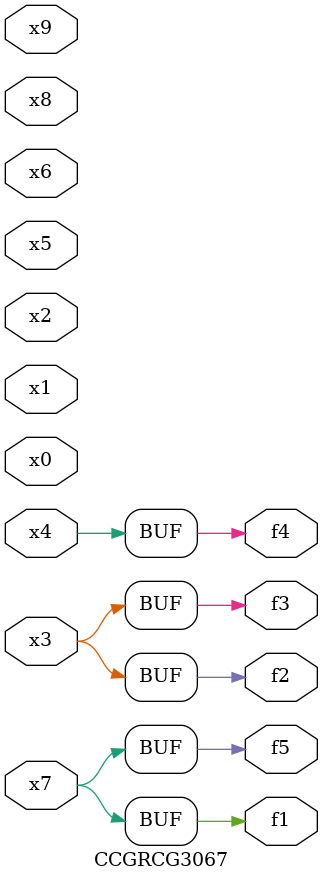
<source format=v>
module CCGRCG3067(
	input x0, x1, x2, x3, x4, x5, x6, x7, x8, x9,
	output f1, f2, f3, f4, f5
);
	assign f1 = x7;
	assign f2 = x3;
	assign f3 = x3;
	assign f4 = x4;
	assign f5 = x7;
endmodule

</source>
